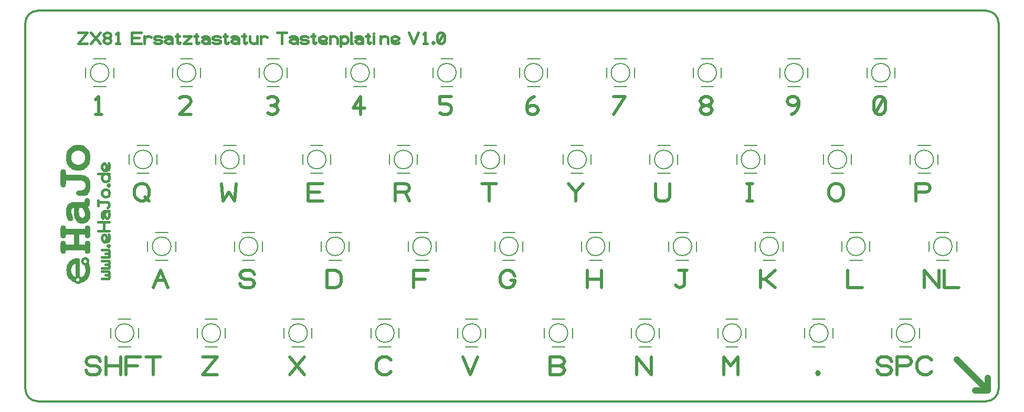
<source format=gbr>
G04 GENERATED BY PULSONIX 12.5 GERBER.DLL 9449*
G04 #@! TF.GenerationSoftware,Pulsonix,Pulsonix,12.5.9449*
G04 #@! TF.CreationDate,2024-10-04T20:04:24--1:00*
G04 #@! TF.Part,Single*
%FSLAX35Y35*%
%LPD*%
%MOMM*%
G04 #@! TF.FileFunction,Legend,Top*
G04 #@! TF.FilePolarity,Positive*
%ADD97C,0.00001*%
G04 #@! TA.AperFunction,Profile*
%ADD98C,0.30000*%
G04 #@! TD.AperFunction*
%ADD99C,0.45000*%
G04 #@! TA.AperFunction,Material*
%ADD101C,1.00000*%
%ADD102C,0.20000*%
G04 #@! TD.AperFunction*
%ADD103C,0.50000*%
G04 #@! TD.AperFunction*
X0Y0D02*
D02*
D97*
X1471680Y3331836D02*
X1787109D01*
Y3346484D01*
X1789063Y3359180D01*
X1791016Y3367969D01*
X1793945Y3373828D01*
X1799805Y3379688D01*
X1806641Y3383594D01*
X1814453Y3386523D01*
X1823242Y3387500D01*
X1833008Y3386523D01*
X1841797Y3384570D01*
X1848633Y3379688D01*
X1853516Y3374805D01*
X1855469Y3370898D01*
X1857422Y3366992D01*
X1859375Y3362109D01*
X1860352Y3356250D01*
X1861328Y3348438D01*
X1862305Y3340625D01*
Y3330859D01*
Y3321094D01*
Y3243945D01*
Y3228320D01*
X1860352Y3215625D01*
X1857422Y3205859D01*
X1853516Y3198047D01*
X1848633Y3193164D01*
X1841797Y3189258D01*
X1833984Y3186328D01*
X1824219D01*
X1813477Y3187305D01*
X1805664Y3190234D01*
X1797852Y3194141D01*
X1791992Y3200977D01*
X1789063Y3208789D01*
X1787109Y3218555D01*
X1786133Y3230273D01*
X1785156Y3243945D01*
Y3249805D01*
X1683594D01*
Y3075000D01*
X1785156D01*
Y3088672D01*
X1786133Y3099414D01*
X1787109Y3109180D01*
X1790039Y3117969D01*
X1793945Y3124805D01*
X1799805Y3131641D01*
X1806641Y3135547D01*
X1814453Y3138477D01*
X1823242Y3139453D01*
X1833008Y3138477D01*
X1841797Y3136523D01*
X1848633Y3132617D01*
X1853516Y3127734D01*
X1857422Y3120898D01*
X1860352Y3111133D01*
X1862305Y3099414D01*
Y3085742D01*
Y2987109D01*
Y2974414D01*
X1860352Y2962695D01*
X1856445Y2953906D01*
X1852539Y2948047D01*
X1846680Y2943164D01*
X1839844Y2940234D01*
X1832031Y2938281D01*
X1823242Y2937305D01*
X1813477Y2938281D01*
X1805664Y2941211D01*
X1798828Y2945117D01*
X1793945Y2950000D01*
X1791016Y2956836D01*
X1789063Y2965625D01*
X1787109Y2978320D01*
Y2992969D01*
X1471680D01*
X1470703Y2978320D01*
X1468750Y2965625D01*
X1465820Y2956836D01*
X1462891Y2950000D01*
X1458008Y2945117D01*
X1451172Y2941211D01*
X1442383Y2938281D01*
X1432617Y2937305D01*
X1423828Y2938281D01*
X1416016Y2940234D01*
X1410156Y2943164D01*
X1404297Y2948047D01*
X1399414Y2954883D01*
X1396484Y2963672D01*
X1394531Y2975391D01*
Y2989063D01*
Y3081836D01*
Y3097461D01*
X1396484Y3109180D01*
X1398438Y3118945D01*
X1402344Y3125781D01*
X1407227Y3131641D01*
X1414063Y3136523D01*
X1422852Y3138477D01*
X1432617Y3139453D01*
X1442383Y3138477D01*
X1451172Y3135547D01*
X1458008Y3130664D01*
X1463867Y3123828D01*
X1466797Y3116016D01*
X1469727Y3106250D01*
X1470703Y3093555D01*
X1471680Y3079883D01*
Y3075000D01*
X1609375D01*
Y3249805D01*
X1471680D01*
Y3236133D01*
X1470703Y3224414D01*
X1468750Y3214648D01*
X1466797Y3206836D01*
X1462891Y3200000D01*
X1457031Y3193164D01*
X1450195Y3189258D01*
X1442383Y3187305D01*
X1432617Y3186328D01*
X1422852Y3187305D01*
X1414063Y3189258D01*
X1407227Y3193164D01*
X1402344Y3200000D01*
X1398438Y3206836D01*
X1396484Y3216602D01*
X1394531Y3230273D01*
Y3247852D01*
Y3336719D01*
Y3350391D01*
X1396484Y3361133D01*
X1399414Y3369922D01*
X1404297Y3376758D01*
X1410156Y3381641D01*
X1416016Y3384570D01*
X1423828Y3386523D01*
X1432617Y3387500D01*
X1442383Y3386523D01*
X1450195Y3384570D01*
X1457031Y3379688D01*
X1462891Y3374805D01*
X1465820Y3367969D01*
X1468750Y3359180D01*
X1470703Y3346484D01*
X1471680Y3331836D01*
G36*
X1471680Y3331836D02*
X1787109D01*
Y3346484D01*
X1789063Y3359180D01*
X1791016Y3367969D01*
X1793945Y3373828D01*
X1799805Y3379688D01*
X1806641Y3383594D01*
X1814453Y3386523D01*
X1823242Y3387500D01*
X1833008Y3386523D01*
X1841797Y3384570D01*
X1848633Y3379688D01*
X1853516Y3374805D01*
X1855469Y3370898D01*
X1857422Y3366992D01*
X1859375Y3362109D01*
X1860352Y3356250D01*
X1861328Y3348438D01*
X1862305Y3340625D01*
Y3330859D01*
Y3321094D01*
Y3243945D01*
Y3228320D01*
X1860352Y3215625D01*
X1857422Y3205859D01*
X1853516Y3198047D01*
X1848633Y3193164D01*
X1841797Y3189258D01*
X1833984Y3186328D01*
X1824219D01*
X1813477Y3187305D01*
X1805664Y3190234D01*
X1797852Y3194141D01*
X1791992Y3200977D01*
X1789063Y3208789D01*
X1787109Y3218555D01*
X1786133Y3230273D01*
X1785156Y3243945D01*
Y3249805D01*
X1683594D01*
Y3075000D01*
X1785156D01*
Y3088672D01*
X1786133Y3099414D01*
X1787109Y3109180D01*
X1790039Y3117969D01*
X1793945Y3124805D01*
X1799805Y3131641D01*
X1806641Y3135547D01*
X1814453Y3138477D01*
X1823242Y3139453D01*
X1833008Y3138477D01*
X1841797Y3136523D01*
X1848633Y3132617D01*
X1853516Y3127734D01*
X1857422Y3120898D01*
X1860352Y3111133D01*
X1862305Y3099414D01*
Y3085742D01*
Y2987109D01*
Y2974414D01*
X1860352Y2962695D01*
X1856445Y2953906D01*
X1852539Y2948047D01*
X1846680Y2943164D01*
X1839844Y2940234D01*
X1832031Y2938281D01*
X1823242Y2937305D01*
X1813477Y2938281D01*
X1805664Y2941211D01*
X1798828Y2945117D01*
X1793945Y2950000D01*
X1791016Y2956836D01*
X1789063Y2965625D01*
X1787109Y2978320D01*
Y2992969D01*
X1471680D01*
X1470703Y2978320D01*
X1468750Y2965625D01*
X1465820Y2956836D01*
X1462891Y2950000D01*
X1458008Y2945117D01*
X1451172Y2941211D01*
X1442383Y2938281D01*
X1432617Y2937305D01*
X1423828Y2938281D01*
X1416016Y2940234D01*
X1410156Y2943164D01*
X1404297Y2948047D01*
X1399414Y2954883D01*
X1396484Y2963672D01*
X1394531Y2975391D01*
Y2989063D01*
Y3081836D01*
Y3097461D01*
X1396484Y3109180D01*
X1398438Y3118945D01*
X1402344Y3125781D01*
X1407227Y3131641D01*
X1414063Y3136523D01*
X1422852Y3138477D01*
X1432617Y3139453D01*
X1442383Y3138477D01*
X1451172Y3135547D01*
X1458008Y3130664D01*
X1463867Y3123828D01*
X1466797Y3116016D01*
X1469727Y3106250D01*
X1470703Y3093555D01*
X1471680Y3079883D01*
Y3075000D01*
X1609375D01*
Y3249805D01*
X1471680D01*
Y3236133D01*
X1470703Y3224414D01*
X1468750Y3214648D01*
X1466797Y3206836D01*
X1462891Y3200000D01*
X1457031Y3193164D01*
X1450195Y3189258D01*
X1442383Y3187305D01*
X1432617Y3186328D01*
X1422852Y3187305D01*
X1414063Y3189258D01*
X1407227Y3193164D01*
X1402344Y3200000D01*
X1398438Y3206836D01*
X1396484Y3216602D01*
X1394531Y3230273D01*
Y3247852D01*
Y3336719D01*
Y3350391D01*
X1396484Y3361133D01*
X1399414Y3369922D01*
X1404297Y3376758D01*
X1410156Y3381641D01*
X1416016Y3384570D01*
X1423828Y3386523D01*
X1432617Y3387500D01*
X1442383Y3386523D01*
X1450195Y3384570D01*
X1457031Y3379688D01*
X1462891Y3374805D01*
X1465820Y3367969D01*
X1468750Y3359180D01*
X1470703Y3346484D01*
X1471680Y3331836D01*
G37*
X1818359Y3826953D02*
X1827148Y3825977D01*
X1834961Y3824023D01*
X1840820Y3820117D01*
X1846680Y3815234D01*
X1851563Y3808398D01*
X1854492Y3801563D01*
X1856445Y3793750D01*
Y3783984D01*
Y3726367D01*
Y3719531D01*
X1854492Y3712695D01*
X1851563Y3706836D01*
X1848633Y3700977D01*
X1836914Y3693164D01*
X1821289Y3688281D01*
X1830078Y3676563D01*
X1837891Y3662891D01*
X1844727Y3650195D01*
X1850586Y3635547D01*
X1857422Y3616992D01*
X1862305Y3598438D01*
X1865234Y3578906D01*
X1866211Y3558398D01*
X1865234Y3543750D01*
X1864258Y3530078D01*
X1861328Y3517383D01*
X1857422Y3504688D01*
X1852539Y3492969D01*
X1846680Y3481250D01*
X1839844Y3471484D01*
X1832031Y3461719D01*
X1823242Y3452930D01*
X1813477Y3445117D01*
X1803711Y3438281D01*
X1792969Y3433398D01*
X1781250Y3429492D01*
X1769531Y3426563D01*
X1756836Y3424609D01*
X1744141Y3423633D01*
X1728516Y3424609D01*
X1712891Y3426563D01*
X1699219Y3430469D01*
X1686523Y3436328D01*
X1673828Y3443164D01*
X1663086Y3451953D01*
X1652344Y3462695D01*
X1643555Y3474414D01*
X1635742Y3487109D01*
X1627930Y3500781D01*
X1622070Y3515430D01*
X1617188Y3531055D01*
X1614258Y3547656D01*
X1611328Y3566211D01*
X1609375Y3585742D01*
Y3606250D01*
Y3628711D01*
X1611328Y3651172D01*
X1616211Y3682422D01*
X1603516Y3680469D01*
X1592773Y3676563D01*
X1583008Y3671680D01*
X1575195Y3664844D01*
X1568359Y3656055D01*
X1562500Y3643359D01*
X1559570Y3628711D01*
X1558594Y3611133D01*
X1559570Y3598438D01*
X1562500Y3583789D01*
X1566406Y3568164D01*
X1573242Y3551563D01*
X1580078Y3533984D01*
X1584961Y3520313D01*
X1587891Y3508594D01*
X1588867Y3499805D01*
X1587891Y3491992D01*
X1585938Y3485156D01*
X1582031Y3478320D01*
X1577148Y3473438D01*
X1570313Y3468555D01*
X1563477Y3465625D01*
X1554688Y3463672D01*
X1545898Y3462695D01*
X1539063Y3463672D01*
X1531250Y3465625D01*
X1525391Y3469531D01*
X1518555Y3475391D01*
X1512695Y3482227D01*
X1507813Y3491016D01*
X1502930Y3500781D01*
X1498047Y3512500D01*
X1491211Y3534961D01*
X1486328Y3561328D01*
X1483398Y3589648D01*
X1482422Y3621875D01*
X1483398Y3638477D01*
X1485352Y3654102D01*
X1487305Y3668750D01*
X1492188Y3682422D01*
X1497070Y3695117D01*
X1502930Y3706836D01*
X1510742Y3717578D01*
X1518555Y3727344D01*
X1528320Y3736133D01*
X1539063Y3743945D01*
X1550781Y3749805D01*
X1563477Y3754688D01*
X1577148Y3759570D01*
X1591797Y3761523D01*
X1607422Y3763477D01*
X1625000Y3764453D01*
X1780273D01*
Y3770313D01*
X1781250Y3783984D01*
X1782227Y3795703D01*
X1784180Y3804492D01*
X1787109Y3812305D01*
X1792969Y3818164D01*
X1799805Y3823047D01*
X1807617Y3825977D01*
X1818359Y3826953D01*
X1683594Y3653125D02*
X1681641Y3635547D01*
X1680664Y3616992D01*
X1682617Y3591602D01*
X1685547Y3570117D01*
X1690430Y3550586D01*
X1698242Y3533984D01*
X1707031Y3522266D01*
X1716797Y3514453D01*
X1727539Y3508594D01*
X1739258Y3507617D01*
X1749023Y3508594D01*
X1756836Y3511523D01*
X1763672Y3516406D01*
X1770508Y3523242D01*
X1777344Y3532031D01*
X1781250Y3542773D01*
X1784180Y3554492D01*
X1785156Y3567188D01*
X1784180Y3588672D01*
X1779297Y3609180D01*
X1772461Y3629688D01*
X1761719Y3648242D01*
X1756836Y3656055D01*
X1751953Y3662891D01*
X1746094Y3668750D01*
X1741211Y3673633D01*
X1736328Y3677539D01*
X1731445Y3680469D01*
X1726563Y3681445D01*
X1721680Y3682422D01*
X1689453D01*
X1683594Y3653125D01*
X1483235Y3595019D02*
G36*
X1483235Y3595019D02*
X1483398Y3589648D01*
X1486328Y3561328D01*
X1491211Y3534961D01*
X1498047Y3512500D01*
X1502930Y3500781D01*
X1507813Y3491016D01*
X1512695Y3482227D01*
X1518555Y3475391D01*
X1525391Y3469531D01*
X1531250Y3465625D01*
X1539063Y3463672D01*
X1545898Y3462695D01*
X1554688Y3463672D01*
X1563477Y3465625D01*
X1570313Y3468555D01*
X1577148Y3473438D01*
X1582031Y3478320D01*
X1585938Y3485156D01*
X1587891Y3491992D01*
X1588867Y3499805D01*
X1587891Y3508594D01*
X1584961Y3520313D01*
X1580078Y3533984D01*
X1573242Y3551563D01*
X1566406Y3568164D01*
X1562500Y3583789D01*
X1560254Y3595019D01*
X1483235D01*
G37*
X1482422Y3621875D02*
G36*
X1482422Y3621875D02*
X1483235Y3595019D01*
X1560254D01*
X1559570Y3598438D01*
X1558594Y3611133D01*
X1559570Y3628711D01*
X1562500Y3643359D01*
X1568359Y3656055D01*
X1575195Y3664844D01*
X1583008Y3671680D01*
X1592773Y3676563D01*
X1603516Y3680469D01*
X1616211Y3682422D01*
X1611328Y3651172D01*
X1609375Y3628711D01*
Y3606250D01*
Y3595019D01*
X1682354D01*
X1680664Y3616992D01*
X1681641Y3635547D01*
X1683594Y3653125D01*
X1689453Y3682422D01*
X1721680D01*
X1726563Y3681445D01*
X1731445Y3680469D01*
X1736328Y3677539D01*
X1741211Y3673633D01*
X1746094Y3668750D01*
X1751953Y3662891D01*
X1756836Y3656055D01*
X1761719Y3648242D01*
X1772461Y3629688D01*
X1779297Y3609180D01*
X1782669Y3595019D01*
X1862818D01*
X1862305Y3598438D01*
X1857422Y3616992D01*
X1850586Y3635547D01*
X1844727Y3650195D01*
X1837891Y3662891D01*
X1830078Y3676563D01*
X1821289Y3688281D01*
X1836914Y3693164D01*
X1848633Y3700977D01*
X1851563Y3706836D01*
X1854492Y3712695D01*
X1856445Y3719531D01*
Y3726367D01*
Y3783984D01*
Y3793750D01*
X1854492Y3801563D01*
X1851563Y3808398D01*
X1846680Y3815234D01*
X1840820Y3820117D01*
X1834961Y3824023D01*
X1827148Y3825977D01*
X1818359Y3826953D01*
X1807617Y3825977D01*
X1799805Y3823047D01*
X1792969Y3818164D01*
X1787109Y3812305D01*
X1784180Y3804492D01*
X1782227Y3795703D01*
X1781250Y3783984D01*
X1780273Y3770313D01*
Y3764453D01*
X1625000D01*
X1607422Y3763477D01*
X1591797Y3761523D01*
X1577148Y3759570D01*
X1563477Y3754688D01*
X1550781Y3749805D01*
X1539063Y3743945D01*
X1528320Y3736133D01*
X1518555Y3727344D01*
X1510742Y3717578D01*
X1502930Y3706836D01*
X1497070Y3695117D01*
X1492188Y3682422D01*
X1487305Y3668750D01*
X1485352Y3654102D01*
X1483398Y3638477D01*
X1482422Y3621875D01*
G37*
X1609375Y3595019D02*
G36*
X1609375Y3595019D02*
Y3585742D01*
X1611328Y3566211D01*
X1614258Y3547656D01*
X1617188Y3531055D01*
X1622070Y3515430D01*
X1627930Y3500781D01*
X1635742Y3487109D01*
X1643555Y3474414D01*
X1652344Y3462695D01*
X1663086Y3451953D01*
X1673828Y3443164D01*
X1686523Y3436328D01*
X1699219Y3430469D01*
X1712891Y3426563D01*
X1728516Y3424609D01*
X1744141Y3423633D01*
X1756836Y3424609D01*
X1769531Y3426563D01*
X1781250Y3429492D01*
X1792969Y3433398D01*
X1803711Y3438281D01*
X1813477Y3445117D01*
X1823242Y3452930D01*
X1832031Y3461719D01*
X1839844Y3471484D01*
X1846680Y3481250D01*
X1852539Y3492969D01*
X1857422Y3504688D01*
X1861328Y3517383D01*
X1864258Y3530078D01*
X1865234Y3543750D01*
X1866211Y3558398D01*
X1865234Y3578906D01*
X1862818Y3595019D01*
X1782669D01*
X1784180Y3588672D01*
X1785156Y3567188D01*
X1784180Y3554492D01*
X1781250Y3542773D01*
X1777344Y3532031D01*
X1770508Y3523242D01*
X1763672Y3516406D01*
X1756836Y3511523D01*
X1749023Y3508594D01*
X1739258Y3507617D01*
X1727539Y3508594D01*
X1716797Y3514453D01*
X1707031Y3522266D01*
X1698242Y3533984D01*
X1690430Y3550586D01*
X1685547Y3570117D01*
X1682617Y3591602D01*
X1682354Y3595019D01*
X1609375D01*
G37*
X1432617Y4292773D02*
X1442383Y4291797D01*
X1451172Y4288867D01*
X1458008Y4284961D01*
X1463867Y4279102D01*
X1466797Y4272266D01*
X1469727Y4263477D01*
X1470703Y4251758D01*
X1471680Y4237109D01*
Y4201953D01*
X1696289D01*
X1717773Y4200977D01*
X1737305Y4199023D01*
X1755859Y4196094D01*
X1773438Y4192188D01*
X1789063Y4186328D01*
X1802734Y4179492D01*
X1815430Y4171680D01*
X1826172Y4162891D01*
X1835938Y4152148D01*
X1843750Y4139453D01*
X1851563Y4126758D01*
X1857422Y4111133D01*
X1861328Y4095508D01*
X1865234Y4076953D01*
X1867188Y4058398D01*
Y4037891D01*
Y4019336D01*
X1865234Y4001758D01*
X1863281Y3985156D01*
X1859375Y3968555D01*
X1855469Y3952930D01*
X1848633Y3936328D01*
X1841797Y3919727D01*
X1833008Y3903125D01*
X1829102Y3895313D01*
X1824219Y3889453D01*
X1820313Y3884570D01*
X1815430Y3881641D01*
X1809570Y3879688D01*
X1802734Y3877734D01*
X1793945Y3876758D01*
X1784180D01*
X1697266D01*
X1682617D01*
X1671875Y3878711D01*
X1663086Y3880664D01*
X1657227Y3884570D01*
X1652344Y3889453D01*
X1648438Y3896289D01*
X1646484Y3903125D01*
X1645508Y3910938D01*
X1647461Y3923633D01*
X1651367Y3933398D01*
X1658203Y3942188D01*
X1667969Y3947070D01*
X1672852Y3949023D01*
X1678711Y3950977D01*
X1682617D01*
X1687500Y3951953D01*
X1692383D01*
X1699219D01*
X1703125D01*
X1723633Y3952930D01*
X1742188Y3955859D01*
X1753906Y3959766D01*
X1764648Y3966602D01*
X1773438Y3973438D01*
X1782227Y3982227D01*
X1788086Y3993945D01*
X1792969Y4005664D01*
X1794922Y4019336D01*
X1795898Y4033984D01*
X1794922Y4055469D01*
X1790039Y4073047D01*
X1782227Y4087695D01*
X1771484Y4099414D01*
X1764648Y4103320D01*
X1757813Y4108203D01*
X1748047Y4111133D01*
X1738281Y4114063D01*
X1726563Y4116016D01*
X1714844Y4117969D01*
X1701172Y4118945D01*
X1686523D01*
X1471680D01*
Y4065234D01*
X1470703Y4049609D01*
X1469727Y4037891D01*
X1466797Y4029102D01*
X1463867Y4022266D01*
X1458008Y4016406D01*
X1451172Y4011523D01*
X1442383Y4009570D01*
X1432617Y4008594D01*
X1423828D01*
X1416016Y4010547D01*
X1410156Y4014453D01*
X1404297Y4018359D01*
X1399414Y4024219D01*
X1396484Y4031055D01*
X1394531Y4038867D01*
Y4047656D01*
Y4254688D01*
Y4263477D01*
X1396484Y4271289D01*
X1400391Y4277148D01*
X1405273Y4283008D01*
X1411133Y4286914D01*
X1416992Y4289844D01*
X1424805Y4291797D01*
X1432617Y4292773D01*
G36*
X1432617Y4292773D02*
X1442383Y4291797D01*
X1451172Y4288867D01*
X1458008Y4284961D01*
X1463867Y4279102D01*
X1466797Y4272266D01*
X1469727Y4263477D01*
X1470703Y4251758D01*
X1471680Y4237109D01*
Y4201953D01*
X1696289D01*
X1717773Y4200977D01*
X1737305Y4199023D01*
X1755859Y4196094D01*
X1773438Y4192188D01*
X1789063Y4186328D01*
X1802734Y4179492D01*
X1815430Y4171680D01*
X1826172Y4162891D01*
X1835938Y4152148D01*
X1843750Y4139453D01*
X1851563Y4126758D01*
X1857422Y4111133D01*
X1861328Y4095508D01*
X1865234Y4076953D01*
X1867188Y4058398D01*
Y4037891D01*
Y4019336D01*
X1865234Y4001758D01*
X1863281Y3985156D01*
X1859375Y3968555D01*
X1855469Y3952930D01*
X1848633Y3936328D01*
X1841797Y3919727D01*
X1833008Y3903125D01*
X1829102Y3895313D01*
X1824219Y3889453D01*
X1820313Y3884570D01*
X1815430Y3881641D01*
X1809570Y3879688D01*
X1802734Y3877734D01*
X1793945Y3876758D01*
X1784180D01*
X1697266D01*
X1682617D01*
X1671875Y3878711D01*
X1663086Y3880664D01*
X1657227Y3884570D01*
X1652344Y3889453D01*
X1648438Y3896289D01*
X1646484Y3903125D01*
X1645508Y3910938D01*
X1647461Y3923633D01*
X1651367Y3933398D01*
X1658203Y3942188D01*
X1667969Y3947070D01*
X1672852Y3949023D01*
X1678711Y3950977D01*
X1682617D01*
X1687500Y3951953D01*
X1692383D01*
X1699219D01*
X1703125D01*
X1723633Y3952930D01*
X1742188Y3955859D01*
X1753906Y3959766D01*
X1764648Y3966602D01*
X1773438Y3973438D01*
X1782227Y3982227D01*
X1788086Y3993945D01*
X1792969Y4005664D01*
X1794922Y4019336D01*
X1795898Y4033984D01*
X1794922Y4055469D01*
X1790039Y4073047D01*
X1782227Y4087695D01*
X1771484Y4099414D01*
X1764648Y4103320D01*
X1757813Y4108203D01*
X1748047Y4111133D01*
X1738281Y4114063D01*
X1726563Y4116016D01*
X1714844Y4117969D01*
X1701172Y4118945D01*
X1686523D01*
X1471680D01*
Y4065234D01*
X1470703Y4049609D01*
X1469727Y4037891D01*
X1466797Y4029102D01*
X1463867Y4022266D01*
X1458008Y4016406D01*
X1451172Y4011523D01*
X1442383Y4009570D01*
X1432617Y4008594D01*
X1423828D01*
X1416016Y4010547D01*
X1410156Y4014453D01*
X1404297Y4018359D01*
X1399414Y4024219D01*
X1396484Y4031055D01*
X1394531Y4038867D01*
Y4047656D01*
Y4254688D01*
Y4263477D01*
X1396484Y4271289D01*
X1400391Y4277148D01*
X1405273Y4283008D01*
X1411133Y4286914D01*
X1416992Y4289844D01*
X1424805Y4291797D01*
X1432617Y4292773D01*
G37*
X1673828Y4688281D02*
X1694336Y4687305D01*
X1713867Y4685352D01*
X1733398Y4680469D01*
X1750977Y4674609D01*
X1767578Y4665820D01*
X1783203Y4656055D01*
X1798828Y4644336D01*
X1812500Y4630664D01*
X1825195Y4616016D01*
X1835938Y4600391D01*
X1844727Y4582813D01*
X1852539Y4565234D01*
X1858398Y4545703D01*
X1862305Y4526172D01*
X1865234Y4504688D01*
X1866211Y4482227D01*
X1865234Y4459766D01*
X1862305Y4439258D01*
X1858398Y4418750D01*
X1852539Y4400195D01*
X1844727Y4382617D01*
X1835938Y4365039D01*
X1825195Y4349414D01*
X1812500Y4334766D01*
X1798828Y4321094D01*
X1783203Y4309375D01*
X1767578Y4299609D01*
X1750977Y4290820D01*
X1733398Y4284961D01*
X1714844Y4280078D01*
X1695313Y4278125D01*
X1674805Y4277148D01*
X1654297Y4278125D01*
X1633789Y4280078D01*
X1615234Y4284961D01*
X1597656Y4290820D01*
X1581055Y4299609D01*
X1565430Y4309375D01*
X1549805Y4321094D01*
X1536133Y4334766D01*
X1523438Y4349414D01*
X1512695Y4365039D01*
X1503906Y4382617D01*
X1496094Y4400195D01*
X1490234Y4418750D01*
X1486328Y4439258D01*
X1483398Y4460742D01*
X1482422Y4482227D01*
X1483398Y4504688D01*
X1486328Y4526172D01*
X1490234Y4545703D01*
X1496094Y4565234D01*
X1503906Y4582813D01*
X1512695Y4600391D01*
X1523438Y4616016D01*
X1536133Y4630664D01*
X1549805Y4644336D01*
X1565430Y4656055D01*
X1581055Y4665820D01*
X1597656Y4674609D01*
X1615234Y4680469D01*
X1633789Y4685352D01*
X1653320Y4687305D01*
X1673828Y4688281D01*
Y4366016D02*
X1686523Y4366992D01*
X1698242Y4367969D01*
X1709961Y4370898D01*
X1720703Y4373828D01*
X1730469Y4378711D01*
X1740234Y4384570D01*
X1749023Y4391406D01*
X1757813Y4398242D01*
X1765625Y4407031D01*
X1772461Y4415820D01*
X1777344Y4425586D01*
X1782227Y4435352D01*
X1786133Y4447070D01*
X1788086Y4457813D01*
X1790039Y4470508D01*
Y4483203D01*
Y4494922D01*
X1788086Y4507617D01*
X1786133Y4519336D01*
X1782227Y4530078D01*
X1777344Y4539844D01*
X1772461Y4549609D01*
X1765625Y4558398D01*
X1757813Y4567188D01*
X1749023Y4575000D01*
X1740234Y4581836D01*
X1730469Y4587695D01*
X1720703Y4591602D01*
X1709961Y4595508D01*
X1699219Y4598438D01*
X1686523Y4599414D01*
X1674805Y4600391D01*
X1662109Y4599414D01*
X1650391Y4598438D01*
X1638672Y4595508D01*
X1627930Y4591602D01*
X1618164Y4587695D01*
X1608398Y4581836D01*
X1598633Y4575000D01*
X1590820Y4567188D01*
X1583008Y4558398D01*
X1576172Y4549609D01*
X1570313Y4539844D01*
X1565430Y4530078D01*
X1562500Y4519336D01*
X1559570Y4507617D01*
X1558594Y4494922D01*
X1557617Y4483203D01*
X1558594Y4470508D01*
X1559570Y4457813D01*
X1562500Y4447070D01*
X1565430Y4435352D01*
X1570313Y4425586D01*
X1576172Y4415820D01*
X1583008Y4407031D01*
X1590820Y4398242D01*
X1598633Y4391406D01*
X1608398Y4384570D01*
X1617188Y4378711D01*
X1627930Y4373828D01*
X1638672Y4370898D01*
X1649414Y4367969D01*
X1661133Y4366992D01*
X1673828Y4366016D01*
X1482464Y4483203D02*
G36*
X1482464Y4483203D02*
X1557617D01*
X1558594Y4494922D01*
X1559570Y4507617D01*
X1562500Y4519336D01*
X1565430Y4530078D01*
X1570313Y4539844D01*
X1576172Y4549609D01*
X1583008Y4558398D01*
X1590820Y4567188D01*
X1598633Y4575000D01*
X1608398Y4581836D01*
X1618164Y4587695D01*
X1627930Y4591602D01*
X1638672Y4595508D01*
X1650391Y4598438D01*
X1662109Y4599414D01*
X1674805Y4600391D01*
X1686523Y4599414D01*
X1699219Y4598438D01*
X1709961Y4595508D01*
X1720703Y4591602D01*
X1730469Y4587695D01*
X1740234Y4581836D01*
X1749023Y4575000D01*
X1757813Y4567188D01*
X1765625Y4558398D01*
X1772461Y4549609D01*
X1777344Y4539844D01*
X1782227Y4530078D01*
X1786133Y4519336D01*
X1788086Y4507617D01*
X1790039Y4494922D01*
Y4483203D01*
X1866169D01*
X1865234Y4504688D01*
X1862305Y4526172D01*
X1858398Y4545703D01*
X1852539Y4565234D01*
X1844727Y4582813D01*
X1835938Y4600391D01*
X1825195Y4616016D01*
X1812500Y4630664D01*
X1798828Y4644336D01*
X1783203Y4656055D01*
X1767578Y4665820D01*
X1750977Y4674609D01*
X1733398Y4680469D01*
X1713867Y4685352D01*
X1694336Y4687305D01*
X1673828Y4688281D01*
X1653320Y4687305D01*
X1633789Y4685352D01*
X1615234Y4680469D01*
X1597656Y4674609D01*
X1581055Y4665820D01*
X1565430Y4656055D01*
X1549805Y4644336D01*
X1536133Y4630664D01*
X1523438Y4616016D01*
X1512695Y4600391D01*
X1503906Y4582813D01*
X1496094Y4565234D01*
X1490234Y4545703D01*
X1486328Y4526172D01*
X1483398Y4504688D01*
X1482464Y4483203D01*
G37*
X1482422Y4482227D02*
G36*
X1482422Y4482227D02*
X1483398Y4460742D01*
X1486328Y4439258D01*
X1490234Y4418750D01*
X1496094Y4400195D01*
X1503906Y4382617D01*
X1512695Y4365039D01*
X1523438Y4349414D01*
X1536133Y4334766D01*
X1549805Y4321094D01*
X1565430Y4309375D01*
X1581055Y4299609D01*
X1597656Y4290820D01*
X1615234Y4284961D01*
X1633789Y4280078D01*
X1654297Y4278125D01*
X1674805Y4277148D01*
X1695313Y4278125D01*
X1714844Y4280078D01*
X1733398Y4284961D01*
X1750977Y4290820D01*
X1767578Y4299609D01*
X1783203Y4309375D01*
X1798828Y4321094D01*
X1812500Y4334766D01*
X1825195Y4349414D01*
X1835938Y4365039D01*
X1844727Y4382617D01*
X1852539Y4400195D01*
X1858398Y4418750D01*
X1862305Y4439258D01*
X1865234Y4459766D01*
X1866211Y4482227D01*
X1866169Y4483203D01*
X1790039D01*
Y4470508D01*
X1788086Y4457813D01*
X1786133Y4447070D01*
X1782227Y4435352D01*
X1777344Y4425586D01*
X1772461Y4415820D01*
X1765625Y4407031D01*
X1757813Y4398242D01*
X1749023Y4391406D01*
X1740234Y4384570D01*
X1730469Y4378711D01*
X1720703Y4373828D01*
X1709961Y4370898D01*
X1698242Y4367969D01*
X1686523Y4366992D01*
X1673828Y4366016D01*
X1661133Y4366992D01*
X1649414Y4367969D01*
X1638672Y4370898D01*
X1627930Y4373828D01*
X1617188Y4378711D01*
X1608398Y4384570D01*
X1598633Y4391406D01*
X1590820Y4398242D01*
X1583008Y4407031D01*
X1576172Y4415820D01*
X1570313Y4425586D01*
X1565430Y4435352D01*
X1562500Y4447070D01*
X1559570Y4457813D01*
X1558594Y4470508D01*
X1557617Y4483203D01*
X1482464D01*
X1482422Y4482227D01*
G37*
X1734375Y2778125D02*
X1728516Y2788867D01*
X1725586Y2799609D01*
X1724609Y2812305D01*
X1725586Y2824023D01*
X1728516Y2835742D01*
X1734375Y2846484D01*
X1742188Y2855273D01*
X1751953Y2863086D01*
X1762695Y2868945D01*
X1774414Y2871875D01*
X1786133Y2873828D01*
X1797852Y2871875D01*
X1810547Y2868945D01*
X1820313Y2863086D01*
X1830078Y2856250D01*
X1837891Y2846484D01*
X1843750Y2835742D01*
X1846680Y2824023D01*
X1847656Y2812305D01*
X1846680Y2799609D01*
X1839844Y2783008D01*
X1847656Y2761523D01*
X1853516Y2741016D01*
X1858398Y2721484D01*
X1861328Y2700977D01*
X1862305Y2680469D01*
Y2660938D01*
X1861328Y2639453D01*
X1859375Y2618945D01*
X1855469Y2600391D01*
X1849609Y2581836D01*
X1842773Y2565234D01*
X1833984Y2549609D01*
X1824219Y2533984D01*
X1812500Y2520313D01*
X1791992Y2502734D01*
X1768555Y2488086D01*
X1742188Y2477344D01*
X1712891Y2469531D01*
X1701172Y2459766D01*
X1687500Y2452930D01*
X1671875Y2450977D01*
X1655273Y2451953D01*
X1644531Y2455859D01*
X1633789Y2460742D01*
X1625000Y2467578D01*
X1617188Y2476367D01*
X1595703Y2484180D01*
X1575195Y2494922D01*
X1556641Y2508594D01*
X1539063Y2524219D01*
X1527344Y2538867D01*
X1516602Y2554492D01*
X1507813Y2571094D01*
X1500977Y2588672D01*
X1495117Y2607227D01*
X1491211Y2627734D01*
X1488281Y2648242D01*
X1487305Y2669727D01*
X1488281Y2690234D01*
X1490234Y2708789D01*
X1494141Y2726367D01*
X1500000Y2743945D01*
X1506836Y2760547D01*
X1514648Y2775195D01*
X1524414Y2789844D01*
X1536133Y2803516D01*
X1548828Y2816211D01*
X1562500Y2826953D01*
X1577148Y2836719D01*
X1591797Y2844531D01*
X1607422Y2850391D01*
X1623047Y2854297D01*
X1640625Y2857227D01*
X1657227D01*
X1668945D01*
X1678711Y2855273D01*
X1685547Y2851367D01*
X1691406Y2846484D01*
X1695313Y2839648D01*
X1697266Y2827930D01*
X1699219Y2813281D01*
Y2793750D01*
Y2565234D01*
X1708008Y2559375D01*
X1715820Y2551563D01*
X1731445Y2555469D01*
X1745117Y2562305D01*
X1757813Y2570117D01*
X1768555Y2580859D01*
X1780273Y2597461D01*
X1789063Y2616992D01*
X1793945Y2640430D01*
X1794922Y2666797D01*
X1793945Y2685352D01*
X1790039Y2706836D01*
X1784180Y2728320D01*
X1775391Y2750781D01*
X1774414D01*
X1762695Y2754688D01*
X1750977Y2760547D01*
X1742188Y2768359D01*
X1734375Y2778125D01*
X1577148Y2591602D02*
X1586914Y2580859D01*
X1598633Y2571094D01*
X1610352Y2563281D01*
X1625000Y2556445D01*
X1634766Y2565234D01*
X1635742Y2773242D01*
X1619141Y2769336D01*
X1603516Y2762500D01*
X1589844Y2752734D01*
X1578125Y2741016D01*
X1567383Y2725391D01*
X1560547Y2708789D01*
X1555664Y2690234D01*
X1553711Y2669727D01*
X1555664Y2647266D01*
X1559570Y2626758D01*
X1567383Y2608203D01*
X1577148Y2591602D01*
X1693359Y2529102D02*
X1689453Y2533984D01*
X1684570Y2537891D01*
X1679688Y2540820D01*
X1673828Y2542773D01*
X1667969D01*
X1662109D01*
X1656250Y2540820D01*
X1651367Y2537891D01*
X1646484Y2533984D01*
X1642578Y2529102D01*
X1639648Y2524219D01*
X1638672Y2518359D01*
X1637695Y2512500D01*
X1638672Y2506641D01*
X1639648Y2500781D01*
X1642578Y2494922D01*
X1646484Y2491016D01*
X1650391Y2487109D01*
X1661133Y2482227D01*
X1667969D01*
X1673828D01*
X1678711Y2484180D01*
X1684570Y2487109D01*
X1689453Y2490039D01*
X1692383Y2494922D01*
X1695313Y2499805D01*
X1697266Y2505664D01*
X1698242Y2511523D01*
X1697266Y2517383D01*
X1695313Y2523242D01*
X1693359Y2529102D01*
X1811523Y2828906D02*
X1807617Y2833789D01*
X1802734Y2836719D01*
X1797852Y2839648D01*
X1791016Y2841602D01*
X1785156Y2842578D01*
X1779297Y2841602D01*
X1774414Y2839648D01*
X1768555Y2837695D01*
X1760742Y2828906D01*
X1755859Y2818164D01*
X1754883Y2811328D01*
X1755859Y2805469D01*
X1757813Y2799609D01*
X1760742Y2794727D01*
X1764648Y2789844D01*
X1769531Y2785938D01*
X1780273Y2782031D01*
X1786133Y2781055D01*
X1791992Y2782031D01*
X1797852Y2783008D01*
X1802734Y2786914D01*
X1807617Y2790820D01*
X1811523Y2795703D01*
X1814453Y2800586D01*
X1815430Y2806445D01*
X1816406Y2812305D01*
X1815430Y2818164D01*
X1814453Y2823047D01*
X1811523Y2828906D01*
X1487305Y2669727D02*
G36*
X1487305Y2669727D02*
X1487527Y2664843D01*
X1554136D01*
X1553711Y2669727D01*
X1555664Y2690234D01*
X1560547Y2708789D01*
X1567383Y2725391D01*
X1578125Y2741016D01*
X1589844Y2752734D01*
X1603516Y2762500D01*
X1619141Y2769336D01*
X1635742Y2773242D01*
X1635233Y2664843D01*
X1699219D01*
Y2793750D01*
Y2811816D01*
X1544433D01*
X1536133Y2803516D01*
X1524414Y2789844D01*
X1514648Y2775195D01*
X1506836Y2760547D01*
X1500000Y2743945D01*
X1494141Y2726367D01*
X1490234Y2708789D01*
X1488281Y2690234D01*
X1487305Y2669727D01*
G37*
X1544433Y2811816D02*
G36*
X1544433Y2811816D02*
X1699219D01*
Y2813281D01*
X1697266Y2827930D01*
X1695313Y2839648D01*
X1691406Y2846484D01*
X1685547Y2851367D01*
X1678711Y2855273D01*
X1668945Y2857227D01*
X1657227D01*
X1640625D01*
X1623047Y2854297D01*
X1607422Y2850391D01*
X1591797Y2844531D01*
X1577148Y2836719D01*
X1562500Y2826953D01*
X1548828Y2816211D01*
X1544433Y2811816D01*
G37*
X1552247Y2512500D02*
G36*
X1552247Y2512500D02*
X1556641Y2508594D01*
X1575195Y2494922D01*
X1595703Y2484180D01*
X1617188Y2476367D01*
X1625000Y2467578D01*
X1633789Y2460742D01*
X1644531Y2455859D01*
X1655273Y2451953D01*
X1671875Y2450977D01*
X1687500Y2452930D01*
X1701172Y2459766D01*
X1712891Y2469531D01*
X1742188Y2477344D01*
X1768555Y2488086D01*
X1791992Y2502734D01*
X1803385Y2512500D01*
X1698079D01*
X1698242Y2511523D01*
X1697266Y2505664D01*
X1695313Y2499805D01*
X1692383Y2494922D01*
X1689453Y2490039D01*
X1684570Y2487109D01*
X1678711Y2484180D01*
X1673828Y2482227D01*
X1667969D01*
X1661133D01*
X1650391Y2487109D01*
X1646484Y2491016D01*
X1642578Y2494922D01*
X1639648Y2500781D01*
X1638672Y2506641D01*
X1637695Y2512500D01*
X1552247D01*
G37*
X1724609Y2812305D02*
G36*
X1724609Y2812305D02*
X1724647Y2811816D01*
X1754953D01*
X1755859Y2818164D01*
X1760742Y2828906D01*
X1768555Y2837695D01*
X1774414Y2839648D01*
X1779297Y2841602D01*
X1785156Y2842578D01*
X1791016Y2841602D01*
X1797852Y2839648D01*
X1802734Y2836719D01*
X1807617Y2833789D01*
X1811523Y2828906D01*
X1814453Y2823047D01*
X1815430Y2818164D01*
X1816406Y2812305D01*
X1816325Y2811816D01*
X1847618D01*
X1847656Y2812305D01*
X1846680Y2824023D01*
X1843750Y2835742D01*
X1837891Y2846484D01*
X1830078Y2856250D01*
X1820313Y2863086D01*
X1810547Y2868945D01*
X1797852Y2871875D01*
X1786133Y2873828D01*
X1774414Y2871875D01*
X1762695Y2868945D01*
X1751953Y2863086D01*
X1742188Y2855273D01*
X1734375Y2846484D01*
X1728516Y2835742D01*
X1725586Y2824023D01*
X1724609Y2812305D01*
G37*
X1487527Y2664843D02*
G36*
X1487527Y2664843D02*
X1488281Y2648242D01*
X1491211Y2627734D01*
X1495117Y2607227D01*
X1500977Y2588672D01*
X1507813Y2571094D01*
X1516602Y2554492D01*
X1527344Y2538867D01*
X1539063Y2524219D01*
X1552247Y2512500D01*
X1637695D01*
X1638672Y2518359D01*
X1639648Y2524219D01*
X1642578Y2529102D01*
X1646484Y2533984D01*
X1651367Y2537891D01*
X1656250Y2540820D01*
X1662109Y2542773D01*
X1667969D01*
X1673828D01*
X1679688Y2540820D01*
X1684570Y2537891D01*
X1689453Y2533984D01*
X1693359Y2529102D01*
X1695313Y2523242D01*
X1697266Y2517383D01*
X1698079Y2512500D01*
X1803385D01*
X1812500Y2520313D01*
X1824219Y2533984D01*
X1833984Y2549609D01*
X1842773Y2565234D01*
X1849609Y2581836D01*
X1855469Y2600391D01*
X1859375Y2618945D01*
X1861328Y2639453D01*
X1862305Y2660938D01*
Y2664843D01*
X1794850D01*
X1793945Y2640430D01*
X1789063Y2616992D01*
X1780273Y2597461D01*
X1768555Y2580859D01*
X1757813Y2570117D01*
X1745117Y2562305D01*
X1731445Y2555469D01*
X1715820Y2551563D01*
X1708008Y2559375D01*
X1699219Y2565234D01*
Y2664843D01*
X1635233D01*
X1634766Y2565234D01*
X1625000Y2556445D01*
X1610352Y2563281D01*
X1598633Y2571094D01*
X1586914Y2580859D01*
X1577148Y2591602D01*
X1567383Y2608203D01*
X1559570Y2626758D01*
X1555664Y2647266D01*
X1554136Y2664843D01*
X1487527D01*
G37*
X1724647Y2811816D02*
G36*
X1724647Y2811816D02*
X1725586Y2799609D01*
X1728516Y2788867D01*
X1734375Y2778125D01*
X1742188Y2768359D01*
X1750977Y2760547D01*
X1762695Y2754688D01*
X1774414Y2750781D01*
X1775391D01*
X1784180Y2728320D01*
X1790039Y2706836D01*
X1793945Y2685352D01*
X1794922Y2666797D01*
X1794850Y2664843D01*
X1862305D01*
Y2680469D01*
X1861328Y2700977D01*
X1858398Y2721484D01*
X1853516Y2741016D01*
X1847656Y2761523D01*
X1839844Y2783008D01*
X1846680Y2799609D01*
X1847618Y2811816D01*
X1816325D01*
X1815430Y2806445D01*
X1814453Y2800586D01*
X1811523Y2795703D01*
X1807617Y2790820D01*
X1802734Y2786914D01*
X1797852Y2783008D01*
X1791992Y2782031D01*
X1786133Y2781055D01*
X1780273Y2782031D01*
X1769531Y2785938D01*
X1764648Y2789844D01*
X1760742Y2794727D01*
X1757813Y2799609D01*
X1755859Y2805469D01*
X1754883Y2811328D01*
X1754953Y2811816D01*
X1724647D01*
G37*
D02*
D98*
X16525000Y750000D02*
Y6650000D01*
G75*
G03*
X16325000Y6850000I-200000J0D01*
G01*
X1025000D01*
G75*
G03*
X825000Y6650000I0J-200000D01*
G01*
Y750000D01*
G75*
G03*
X1025000Y550000I200000J0D01*
G01*
X16325000D01*
G75*
G03*
X16525000Y750000I0J200000D01*
G01*
D02*
D99*
X1675000Y6499118D02*
X1824412Y6499118D01*
X1675000Y6319824D01*
X1824412D01*
X1880740D02*
X2030152Y6499118D01*
X1880740D02*
X2030152Y6319824D01*
X2131304Y6409471D02*
X2161186Y6409471D01*
X2191068Y6424412D01*
X2206009Y6454294D01*
X2191068Y6484176D01*
X2161186Y6499118D01*
X2131304D01*
X2101421Y6484176D01*
X2086480Y6454294D01*
X2101421Y6424412D01*
X2131304Y6409471D01*
X2101421Y6394529D01*
X2086480Y6364647D01*
X2101421Y6334765D01*
X2131304Y6319824D01*
X2161186D01*
X2191068Y6334765D01*
X2206009Y6364647D01*
X2191068Y6394529D01*
X2161186Y6409471D01*
X2289082Y6319824D02*
X2348847Y6319824D01*
X2318965D02*
X2318965Y6499118D01*
X2289082Y6469235D01*
X2541140Y6319824D02*
X2541140Y6499118D01*
X2690552D01*
X2660669Y6409471D02*
X2541140Y6409471D01*
Y6319824D02*
X2690552Y6319824D01*
X2746880D02*
X2746880Y6439353D01*
Y6394529D02*
X2761821Y6424412D01*
X2791704Y6439353D01*
X2821586D01*
X2851468Y6424412D01*
X2904360Y6334765D02*
X2934242Y6319824D01*
X2994007D01*
X3023889Y6334765D01*
Y6364647D01*
X2994007Y6379588D01*
X2934242D01*
X2904360Y6394529D01*
Y6424412D01*
X2934242Y6439353D01*
X2994007D01*
X3023889Y6424412D01*
X3077080D02*
X3106962Y6439353D01*
X3151786D01*
X3181668Y6424412D01*
X3196609Y6394529D01*
Y6349706D01*
X3181668Y6334765D01*
X3151786Y6319824D01*
X3121904D01*
X3092021Y6334765D01*
X3077080Y6349706D01*
Y6364647D01*
X3092021Y6379588D01*
X3121904Y6394529D01*
X3151786D01*
X3181668Y6379588D01*
X3196609Y6364647D01*
Y6349706D02*
X3196609Y6319824D01*
X3249800Y6439353D02*
X3309565Y6439353D01*
X3279682Y6469235D02*
X3279682Y6334765D01*
X3294624Y6319824D01*
X3309565D01*
X3324506Y6334765D01*
X3376800Y6439353D02*
X3496329Y6439353D01*
X3376800Y6319824D01*
X3496329D01*
X3549520Y6439353D02*
X3609285Y6439353D01*
X3579402Y6469235D02*
X3579402Y6334765D01*
X3594344Y6319824D01*
X3609285D01*
X3624226Y6334765D01*
X3676520Y6424412D02*
X3706402Y6439353D01*
X3751226D01*
X3781108Y6424412D01*
X3796049Y6394529D01*
Y6349706D01*
X3781108Y6334765D01*
X3751226Y6319824D01*
X3721344D01*
X3691461Y6334765D01*
X3676520Y6349706D01*
Y6364647D01*
X3691461Y6379588D01*
X3721344Y6394529D01*
X3751226D01*
X3781108Y6379588D01*
X3796049Y6364647D01*
Y6349706D02*
X3796049Y6319824D01*
X3849240Y6334765D02*
X3879122Y6319824D01*
X3938887D01*
X3968769Y6334765D01*
Y6364647D01*
X3938887Y6379588D01*
X3879122D01*
X3849240Y6394529D01*
Y6424412D01*
X3879122Y6439353D01*
X3938887D01*
X3968769Y6424412D01*
X4021960Y6439353D02*
X4081725Y6439353D01*
X4051842Y6469235D02*
X4051842Y6334765D01*
X4066784Y6319824D01*
X4081725D01*
X4096666Y6334765D01*
X4148960Y6424412D02*
X4178842Y6439353D01*
X4223666D01*
X4253548Y6424412D01*
X4268489Y6394529D01*
Y6349706D01*
X4253548Y6334765D01*
X4223666Y6319824D01*
X4193784D01*
X4163901Y6334765D01*
X4148960Y6349706D01*
Y6364647D01*
X4163901Y6379588D01*
X4193784Y6394529D01*
X4223666D01*
X4253548Y6379588D01*
X4268489Y6364647D01*
Y6349706D02*
X4268489Y6319824D01*
X4321680Y6439353D02*
X4381445Y6439353D01*
X4351562Y6469235D02*
X4351562Y6334765D01*
X4366504Y6319824D01*
X4381445D01*
X4396386Y6334765D01*
X4448680Y6439353D02*
X4448680Y6364647D01*
X4463621Y6334765D01*
X4493504Y6319824D01*
X4523386D01*
X4553268Y6334765D01*
X4568209Y6364647D01*
Y6439353D02*
X4568209Y6319824D01*
X4621400D02*
X4621400Y6439353D01*
Y6394529D02*
X4636341Y6424412D01*
X4666224Y6439353D01*
X4696106D01*
X4725988Y6424412D01*
X4962806Y6319824D02*
X4962806Y6499118D01*
X4888100D02*
X5037512Y6499118D01*
X5093840Y6424412D02*
X5123722Y6439353D01*
X5168546D01*
X5198428Y6424412D01*
X5213369Y6394529D01*
Y6349706D01*
X5198428Y6334765D01*
X5168546Y6319824D01*
X5138664D01*
X5108781Y6334765D01*
X5093840Y6349706D01*
Y6364647D01*
X5108781Y6379588D01*
X5138664Y6394529D01*
X5168546D01*
X5198428Y6379588D01*
X5213369Y6364647D01*
Y6349706D02*
X5213369Y6319824D01*
X5266560Y6334765D02*
X5296442Y6319824D01*
X5356207D01*
X5386089Y6334765D01*
Y6364647D01*
X5356207Y6379588D01*
X5296442D01*
X5266560Y6394529D01*
Y6424412D01*
X5296442Y6439353D01*
X5356207D01*
X5386089Y6424412D01*
X5439280Y6439353D02*
X5499045Y6439353D01*
X5469162Y6469235D02*
X5469162Y6334765D01*
X5484104Y6319824D01*
X5499045D01*
X5513986Y6334765D01*
X5685809D02*
X5670868Y6319824D01*
X5640986D01*
X5611104D01*
X5581221Y6334765D01*
X5566280Y6364647D01*
Y6409471D01*
X5581221Y6424412D01*
X5611104Y6439353D01*
X5640986D01*
X5670868Y6424412D01*
X5685809Y6409471D01*
Y6394529D01*
X5670868Y6379588D01*
X5640986Y6364647D01*
X5611104D01*
X5581221Y6379588D01*
X5566280Y6394529D01*
X5739000Y6319824D02*
X5739000Y6439353D01*
Y6394529D02*
X5753941Y6424412D01*
X5783824Y6439353D01*
X5813706D01*
X5843588Y6424412D01*
X5858529Y6394529D01*
Y6319824D01*
X5911720Y6439353D02*
X5911720Y6275000D01*
Y6364647D02*
X5926661Y6334765D01*
X5956544Y6319824D01*
X5986426D01*
X6016308Y6334765D01*
X6031249Y6364647D01*
Y6394529D01*
X6016308Y6424412D01*
X5986426Y6439353D01*
X5956544D01*
X5926661Y6424412D01*
X5911720Y6394529D01*
Y6364647D01*
X6099381Y6319824D02*
X6084440Y6319824D01*
Y6499118D01*
X6147940Y6424412D02*
X6177822Y6439353D01*
X6222646D01*
X6252528Y6424412D01*
X6267469Y6394529D01*
Y6349706D01*
X6252528Y6334765D01*
X6222646Y6319824D01*
X6192764D01*
X6162881Y6334765D01*
X6147940Y6349706D01*
Y6364647D01*
X6162881Y6379588D01*
X6192764Y6394529D01*
X6222646D01*
X6252528Y6379588D01*
X6267469Y6364647D01*
Y6349706D02*
X6267469Y6319824D01*
X6320660Y6439353D02*
X6380425Y6439353D01*
X6350542Y6469235D02*
X6350542Y6334765D01*
X6365484Y6319824D01*
X6380425D01*
X6395366Y6334765D01*
X6447660Y6319824D02*
X6447660Y6439353D01*
Y6484176D02*
X6447661Y6484177D01*
X6556880Y6319824D02*
X6556880Y6439353D01*
Y6394529D02*
X6571821Y6424412D01*
X6601704Y6439353D01*
X6631586D01*
X6661468Y6424412D01*
X6676409Y6394529D01*
Y6319824D01*
X6849129Y6334765D02*
X6834188Y6319824D01*
X6804306D01*
X6774424D01*
X6744541Y6334765D01*
X6729600Y6364647D01*
Y6409471D01*
X6744541Y6424412D01*
X6774424Y6439353D01*
X6804306D01*
X6834188Y6424412D01*
X6849129Y6409471D01*
Y6394529D01*
X6834188Y6379588D01*
X6804306Y6364647D01*
X6774424D01*
X6744541Y6379588D01*
X6729600Y6394529D01*
X7011540Y6499118D02*
X7086246Y6319824D01*
X7160952Y6499118D01*
X7247162Y6319824D02*
X7306927Y6319824D01*
X7277045D02*
X7277045Y6499118D01*
X7247162Y6469235D01*
X7404941Y6319824D02*
X7419882Y6334765D01*
X7404941Y6349706D01*
X7390000Y6334765D01*
X7404941Y6319824D01*
X7483681Y6334765D02*
X7513564Y6319824D01*
X7543446D01*
X7573328Y6334765D01*
X7588269Y6364647D01*
Y6454294D01*
X7573328Y6484176D01*
X7543446Y6499118D01*
X7513564D01*
X7483681Y6484176D01*
X7468740Y6454294D01*
Y6364647D01*
X7483681Y6334765D01*
X7573328Y6484176D01*
X2060647Y2525000D02*
X2165235Y2525000D01*
X2180176Y2539941D01*
Y2569824D01*
X2165235Y2584765D01*
X2120412D01*
X2165235D02*
X2180176Y2599706D01*
Y2629588D01*
X2165235Y2644529D01*
X2060647D01*
Y2697720D02*
X2165235Y2697720D01*
X2180176Y2712661D01*
Y2742544D01*
X2165235Y2757485D01*
X2120412D01*
X2165235D02*
X2180176Y2772426D01*
Y2802308D01*
X2165235Y2817249D01*
X2060647D01*
Y2870440D02*
X2165235Y2870440D01*
X2180176Y2885381D01*
Y2915264D01*
X2165235Y2930205D01*
X2120412D01*
X2165235D02*
X2180176Y2945146D01*
Y2975028D01*
X2165235Y2989969D01*
X2060647D01*
X2180176Y3058101D02*
X2165235Y3073042D01*
X2150294Y3058101D01*
X2165235Y3043160D01*
X2180176Y3058101D01*
X2165235Y3241429D02*
X2180176Y3226488D01*
Y3196606D01*
Y3166724D01*
X2165235Y3136841D01*
X2135353Y3121900D01*
X2090529D01*
X2075588Y3136841D01*
X2060647Y3166724D01*
Y3196606D01*
X2075588Y3226488D01*
X2090529Y3241429D01*
X2105471D01*
X2120412Y3226488D01*
X2135353Y3196606D01*
Y3166724D01*
X2120412Y3136841D01*
X2105471Y3121900D01*
X2180176Y3294620D02*
X2000882Y3294620D01*
X2090529D02*
X2090529Y3444032D01*
X2180176D02*
X2000882Y3444032D01*
X2075588Y3500360D02*
X2060647Y3530242D01*
Y3575066D01*
X2075588Y3604948D01*
X2105471Y3619889D01*
X2150294D01*
X2165235Y3604948D01*
X2180176Y3575066D01*
Y3545184D01*
X2165235Y3515301D01*
X2150294Y3500360D01*
X2135353D01*
X2120412Y3515301D01*
X2105471Y3545184D01*
Y3575066D01*
X2120412Y3604948D01*
X2135353Y3619889D01*
X2150294D02*
X2180176Y3619889D01*
X2150294Y3673080D02*
X2165235Y3688021D01*
X2180176Y3717904D01*
X2165235Y3747786D01*
X2150294Y3762727D01*
X2000882D01*
Y3792609D01*
Y3762727D02*
X2000882Y3702962D01*
X2135353Y3845800D02*
X2165235Y3860741D01*
X2180176Y3890624D01*
Y3920506D01*
X2165235Y3950388D01*
X2135353Y3965329D01*
X2105471D01*
X2075588Y3950388D01*
X2060647Y3920506D01*
Y3890624D01*
X2075588Y3860741D01*
X2105471Y3845800D01*
X2135353D01*
X2180176Y4033461D02*
X2165235Y4048402D01*
X2150294Y4033461D01*
X2165235Y4018520D01*
X2180176Y4033461D01*
X2105471Y4216789D02*
X2075588Y4201848D01*
X2060647Y4171966D01*
Y4142084D01*
X2075588Y4112201D01*
X2105471Y4097260D01*
X2135353D01*
X2165235Y4112201D01*
X2180176Y4142084D01*
Y4171966D01*
X2165235Y4201848D01*
X2135353Y4216789D01*
X2180176D02*
X2000882Y4216789D01*
X2165235Y4389509D02*
X2180176Y4374568D01*
Y4344686D01*
Y4314804D01*
X2165235Y4284921D01*
X2135353Y4269980D01*
X2090529D01*
X2075588Y4284921D01*
X2060647Y4314804D01*
Y4344686D01*
X2075588Y4374568D01*
X2090529Y4389509D01*
X2105471D01*
X2120412Y4374568D01*
X2135353Y4344686D01*
Y4314804D01*
X2120412Y4284921D01*
X2105471Y4269980D01*
D02*
D101*
X16350000Y725000D02*
X16150000D01*
X16350000D02*
Y925000D01*
Y725000D02*
X15850000Y1225000D01*
D02*
D102*
X1800000Y5770000D02*
Y5930000D01*
X2025000Y5700000D02*
G75*
G03*
Y6000000I0J150000D01*
G01*
G75*
G03*
Y5700000I0J-150000D01*
G01*
X2125000Y5625000D02*
X1925000D01*
X2125000Y6075000D02*
X1925000D01*
X2200000Y1570000D02*
Y1730000D01*
X2250000Y5770000D02*
Y5930000D01*
X2425000Y1500000D02*
G75*
G03*
Y1800000I0J150000D01*
G01*
G75*
G03*
Y1500000I0J-150000D01*
G01*
X2500000Y4370000D02*
Y4530000D01*
X2525000Y1425000D02*
X2325000D01*
X2525000Y1875000D02*
X2325000D01*
X2650000Y1570000D02*
Y1730000D01*
X2725000Y4300000D02*
G75*
G03*
Y4600000I0J150000D01*
G01*
G75*
G03*
Y4300000I0J-150000D01*
G01*
X2800000Y2970000D02*
Y3130000D01*
X2825000Y4225000D02*
X2625000D01*
X2825000Y4675000D02*
X2625000D01*
X2950000Y4370000D02*
Y4530000D01*
X3025000Y2900000D02*
G75*
G03*
Y3200000I0J150000D01*
G01*
G75*
G03*
Y2900000I0J-150000D01*
G01*
X3125000Y2825000D02*
X2925000D01*
X3125000Y3275000D02*
X2925000D01*
X3200000Y5770000D02*
Y5930000D01*
X3250000Y2970000D02*
Y3130000D01*
X3425000Y5700000D02*
G75*
G03*
Y6000000I0J150000D01*
G01*
G75*
G03*
Y5700000I0J-150000D01*
G01*
X3525000Y5625000D02*
X3325000D01*
X3525000Y6075000D02*
X3325000D01*
X3600000Y1570000D02*
Y1730000D01*
X3650000Y5770000D02*
Y5930000D01*
X3825000Y1500000D02*
G75*
G03*
Y1800000I0J150000D01*
G01*
G75*
G03*
Y1500000I0J-150000D01*
G01*
X3900000Y4370000D02*
Y4530000D01*
X3925000Y1425000D02*
X3725000D01*
X3925000Y1875000D02*
X3725000D01*
X4050000Y1570000D02*
Y1730000D01*
X4125000Y4300000D02*
G75*
G03*
Y4600000I0J150000D01*
G01*
G75*
G03*
Y4300000I0J-150000D01*
G01*
X4200000Y2970000D02*
Y3130000D01*
X4225000Y4225000D02*
X4025000D01*
X4225000Y4675000D02*
X4025000D01*
X4350000Y4370000D02*
Y4530000D01*
X4425000Y2900000D02*
G75*
G03*
Y3200000I0J150000D01*
G01*
G75*
G03*
Y2900000I0J-150000D01*
G01*
X4525000Y2825000D02*
X4325000D01*
X4525000Y3275000D02*
X4325000D01*
X4600000Y5770000D02*
Y5930000D01*
X4650000Y2970000D02*
Y3130000D01*
X4825000Y5700000D02*
G75*
G03*
Y6000000I0J150000D01*
G01*
G75*
G03*
Y5700000I0J-150000D01*
G01*
X4925000Y5625000D02*
X4725000D01*
X4925000Y6075000D02*
X4725000D01*
X5000000Y1570000D02*
Y1730000D01*
X5050000Y5770000D02*
Y5930000D01*
X5225000Y1500000D02*
G75*
G03*
Y1800000I0J150000D01*
G01*
G75*
G03*
Y1500000I0J-150000D01*
G01*
X5300000Y4370000D02*
Y4530000D01*
X5325000Y1425000D02*
X5125000D01*
X5325000Y1875000D02*
X5125000D01*
X5450000Y1570000D02*
Y1730000D01*
X5525000Y4300000D02*
G75*
G03*
Y4600000I0J150000D01*
G01*
G75*
G03*
Y4300000I0J-150000D01*
G01*
X5600000Y2970000D02*
Y3130000D01*
X5625000Y4225000D02*
X5425000D01*
X5625000Y4675000D02*
X5425000D01*
X5750000Y4370000D02*
Y4530000D01*
X5825000Y2900000D02*
G75*
G03*
Y3200000I0J150000D01*
G01*
G75*
G03*
Y2900000I0J-150000D01*
G01*
X5925000Y2825000D02*
X5725000D01*
X5925000Y3275000D02*
X5725000D01*
X6000000Y5770000D02*
Y5930000D01*
X6050000Y2970000D02*
Y3130000D01*
X6225000Y5700000D02*
G75*
G03*
Y6000000I0J150000D01*
G01*
G75*
G03*
Y5700000I0J-150000D01*
G01*
X6325000Y5625000D02*
X6125000D01*
X6325000Y6075000D02*
X6125000D01*
X6400000Y1570000D02*
Y1730000D01*
X6450000Y5770000D02*
Y5930000D01*
X6625000Y1500000D02*
G75*
G03*
Y1800000I0J150000D01*
G01*
G75*
G03*
Y1500000I0J-150000D01*
G01*
X6700000Y4370000D02*
Y4530000D01*
X6725000Y1425000D02*
X6525000D01*
X6725000Y1875000D02*
X6525000D01*
X6850000Y1570000D02*
Y1730000D01*
X6925000Y4300000D02*
G75*
G03*
Y4600000I0J150000D01*
G01*
G75*
G03*
Y4300000I0J-150000D01*
G01*
X7000000Y2970000D02*
Y3130000D01*
X7025000Y4225000D02*
X6825000D01*
X7025000Y4675000D02*
X6825000D01*
X7150000Y4370000D02*
Y4530000D01*
X7225000Y2900000D02*
G75*
G03*
Y3200000I0J150000D01*
G01*
G75*
G03*
Y2900000I0J-150000D01*
G01*
X7325000Y2825000D02*
X7125000D01*
X7325000Y3275000D02*
X7125000D01*
X7400000Y5770000D02*
Y5930000D01*
X7450000Y2970000D02*
Y3130000D01*
X7625000Y5700000D02*
G75*
G03*
Y6000000I0J150000D01*
G01*
G75*
G03*
Y5700000I0J-150000D01*
G01*
X7725000Y5625000D02*
X7525000D01*
X7725000Y6075000D02*
X7525000D01*
X7800000Y1570000D02*
Y1730000D01*
X7850000Y5770000D02*
Y5930000D01*
X8025000Y1500000D02*
G75*
G03*
Y1800000I0J150000D01*
G01*
G75*
G03*
Y1500000I0J-150000D01*
G01*
X8100000Y4370000D02*
Y4530000D01*
X8125000Y1425000D02*
X7925000D01*
X8125000Y1875000D02*
X7925000D01*
X8250000Y1570000D02*
Y1730000D01*
X8325000Y4300000D02*
G75*
G03*
Y4600000I0J150000D01*
G01*
G75*
G03*
Y4300000I0J-150000D01*
G01*
X8400000Y2970000D02*
Y3130000D01*
X8425000Y4225000D02*
X8225000D01*
X8425000Y4675000D02*
X8225000D01*
X8550000Y4370000D02*
Y4530000D01*
X8625000Y2900000D02*
G75*
G03*
Y3200000I0J150000D01*
G01*
G75*
G03*
Y2900000I0J-150000D01*
G01*
X8725000Y2825000D02*
X8525000D01*
X8725000Y3275000D02*
X8525000D01*
X8800000Y5770000D02*
Y5930000D01*
X8850000Y2970000D02*
Y3130000D01*
X9025000Y5700000D02*
G75*
G03*
Y6000000I0J150000D01*
G01*
G75*
G03*
Y5700000I0J-150000D01*
G01*
X9125000Y5625000D02*
X8925000D01*
X9125000Y6075000D02*
X8925000D01*
X9200000Y1570000D02*
Y1730000D01*
X9250000Y5770000D02*
Y5930000D01*
X9425000Y1500000D02*
G75*
G03*
Y1800000I0J150000D01*
G01*
G75*
G03*
Y1500000I0J-150000D01*
G01*
X9500000Y4370000D02*
Y4530000D01*
X9525000Y1425000D02*
X9325000D01*
X9525000Y1875000D02*
X9325000D01*
X9650000Y1570000D02*
Y1730000D01*
X9725000Y4300000D02*
G75*
G03*
Y4600000I0J150000D01*
G01*
G75*
G03*
Y4300000I0J-150000D01*
G01*
X9800000Y2970000D02*
Y3130000D01*
X9825000Y4225000D02*
X9625000D01*
X9825000Y4675000D02*
X9625000D01*
X9950000Y4370000D02*
Y4530000D01*
X10025000Y2900000D02*
G75*
G03*
Y3200000I0J150000D01*
G01*
G75*
G03*
Y2900000I0J-150000D01*
G01*
X10125000Y2825000D02*
X9925000D01*
X10125000Y3275000D02*
X9925000D01*
X10200000Y5770000D02*
Y5930000D01*
X10250000Y2970000D02*
Y3130000D01*
X10425000Y5700000D02*
G75*
G03*
Y6000000I0J150000D01*
G01*
G75*
G03*
Y5700000I0J-150000D01*
G01*
X10525000Y5625000D02*
X10325000D01*
X10525000Y6075000D02*
X10325000D01*
X10600000Y1570000D02*
Y1730000D01*
X10650000Y5770000D02*
Y5930000D01*
X10825000Y1500000D02*
G75*
G03*
Y1800000I0J150000D01*
G01*
G75*
G03*
Y1500000I0J-150000D01*
G01*
X10900000Y4370000D02*
Y4530000D01*
X10925000Y1425000D02*
X10725000D01*
X10925000Y1875000D02*
X10725000D01*
X11050000Y1570000D02*
Y1730000D01*
X11125000Y4300000D02*
G75*
G03*
Y4600000I0J150000D01*
G01*
G75*
G03*
Y4300000I0J-150000D01*
G01*
X11200000Y2970000D02*
Y3130000D01*
X11225000Y4225000D02*
X11025000D01*
X11225000Y4675000D02*
X11025000D01*
X11350000Y4370000D02*
Y4530000D01*
X11425000Y2900000D02*
G75*
G03*
Y3200000I0J150000D01*
G01*
G75*
G03*
Y2900000I0J-150000D01*
G01*
X11525000Y2825000D02*
X11325000D01*
X11525000Y3275000D02*
X11325000D01*
X11600000Y5770000D02*
Y5930000D01*
X11650000Y2970000D02*
Y3130000D01*
X11825000Y5700000D02*
G75*
G03*
Y6000000I0J150000D01*
G01*
G75*
G03*
Y5700000I0J-150000D01*
G01*
X11925000Y5625000D02*
X11725000D01*
X11925000Y6075000D02*
X11725000D01*
X12000000Y1570000D02*
Y1730000D01*
X12050000Y5770000D02*
Y5930000D01*
X12225000Y1500000D02*
G75*
G03*
Y1800000I0J150000D01*
G01*
G75*
G03*
Y1500000I0J-150000D01*
G01*
X12300000Y4370000D02*
Y4530000D01*
X12325000Y1425000D02*
X12125000D01*
X12325000Y1875000D02*
X12125000D01*
X12450000Y1570000D02*
Y1730000D01*
X12525000Y4300000D02*
G75*
G03*
Y4600000I0J150000D01*
G01*
G75*
G03*
Y4300000I0J-150000D01*
G01*
X12600000Y2970000D02*
Y3130000D01*
X12625000Y4225000D02*
X12425000D01*
X12625000Y4675000D02*
X12425000D01*
X12750000Y4370000D02*
Y4530000D01*
X12825000Y2900000D02*
G75*
G03*
Y3200000I0J150000D01*
G01*
G75*
G03*
Y2900000I0J-150000D01*
G01*
X12925000Y2825000D02*
X12725000D01*
X12925000Y3275000D02*
X12725000D01*
X13000000Y5770000D02*
Y5930000D01*
X13050000Y2970000D02*
Y3130000D01*
X13225000Y5700000D02*
G75*
G03*
Y6000000I0J150000D01*
G01*
G75*
G03*
Y5700000I0J-150000D01*
G01*
X13325000Y5625000D02*
X13125000D01*
X13325000Y6075000D02*
X13125000D01*
X13400000Y1570000D02*
Y1730000D01*
X13450000Y5770000D02*
Y5930000D01*
X13625000Y1500000D02*
G75*
G03*
Y1800000I0J150000D01*
G01*
G75*
G03*
Y1500000I0J-150000D01*
G01*
X13700000Y4370000D02*
Y4530000D01*
X13725000Y1425000D02*
X13525000D01*
X13725000Y1875000D02*
X13525000D01*
X13850000Y1570000D02*
Y1730000D01*
X13925000Y4300000D02*
G75*
G03*
Y4600000I0J150000D01*
G01*
G75*
G03*
Y4300000I0J-150000D01*
G01*
X14000000Y2970000D02*
Y3130000D01*
X14025000Y4225000D02*
X13825000D01*
X14025000Y4675000D02*
X13825000D01*
X14150000Y4370000D02*
Y4530000D01*
X14225000Y2900000D02*
G75*
G03*
Y3200000I0J150000D01*
G01*
G75*
G03*
Y2900000I0J-150000D01*
G01*
X14325000Y2825000D02*
X14125000D01*
X14325000Y3275000D02*
X14125000D01*
X14400000Y5770000D02*
Y5930000D01*
X14450000Y2970000D02*
Y3130000D01*
X14625000Y5700000D02*
G75*
G03*
Y6000000I0J150000D01*
G01*
G75*
G03*
Y5700000I0J-150000D01*
G01*
X14725000Y5625000D02*
X14525000D01*
X14725000Y6075000D02*
X14525000D01*
X14800000Y1570000D02*
Y1730000D01*
X14850000Y5770000D02*
Y5930000D01*
X15025000Y1500000D02*
G75*
G03*
Y1800000I0J150000D01*
G01*
G75*
G03*
Y1500000I0J-150000D01*
G01*
X15100000Y4370000D02*
Y4530000D01*
X15125000Y1425000D02*
X14925000D01*
X15125000Y1875000D02*
X14925000D01*
X15250000Y1570000D02*
Y1730000D01*
X15325000Y4300000D02*
G75*
G03*
Y4600000I0J150000D01*
G01*
G75*
G03*
Y4300000I0J-150000D01*
G01*
X15400000Y2970000D02*
Y3130000D01*
X15425000Y4225000D02*
X15225000D01*
X15425000Y4675000D02*
X15225000D01*
X15550000Y4370000D02*
Y4530000D01*
X15625000Y2900000D02*
G75*
G03*
Y3200000I0J150000D01*
G01*
G75*
G03*
Y2900000I0J-150000D01*
G01*
X15725000Y2825000D02*
X15525000D01*
X15725000Y3275000D02*
X15525000D01*
X15850000Y2970000D02*
Y3130000D01*
D02*
D103*
X1961059Y5180588D02*
X2055176Y5180588D01*
X2008118D02*
X2008118Y5462941D01*
X1961059Y5415882D01*
X1802000Y1051176D02*
X1825529Y1004118D01*
X1872588Y980588D01*
X1966706D01*
X2013765Y1004118D01*
X2037294Y1051176D01*
X2013765Y1098235D01*
X1966706Y1121765D01*
X1872588D01*
X1825529Y1145294D01*
X1802000Y1192353D01*
X1825529Y1239412D01*
X1872588Y1262941D01*
X1966706D01*
X2013765Y1239412D01*
X2037294Y1192353D01*
X2126000Y980588D02*
X2126000Y1262941D01*
Y1121765D02*
X2361294Y1121765D01*
Y980588D02*
X2361294Y1262941D01*
X2450000Y980588D02*
X2450000Y1262941D01*
X2685294D01*
X2638235Y1121765D02*
X2450000Y1121765D01*
X2891647Y980588D02*
X2891647Y1262941D01*
X2774000D02*
X3009294Y1262941D01*
X2588000Y3874706D02*
X2588000Y3968824D01*
X2611529Y4015882D01*
X2635059Y4039412D01*
X2682118Y4062941D01*
X2729176D01*
X2776235Y4039412D01*
X2799765Y4015882D01*
X2823294Y3968824D01*
Y3874706D01*
X2799765Y3827647D01*
X2776235Y3804118D01*
X2729176Y3780588D01*
X2682118D01*
X2635059Y3804118D01*
X2611529Y3827647D01*
X2588000Y3874706D01*
X2752706Y3851176D02*
X2823294Y3780588D01*
X2888000Y2380588D02*
X3005647Y2662941D01*
X3123294Y2380588D01*
X2935059Y2498235D02*
X3076235Y2498235D01*
X3502235Y5180588D02*
X3314000Y5180588D01*
X3478706Y5345294D01*
X3502235Y5392353D01*
X3478706Y5439412D01*
X3431647Y5462941D01*
X3361059D01*
X3314000Y5439412D01*
X3688000Y1262941D02*
X3923294Y1262941D01*
X3688000Y980588D01*
X3923294D01*
X3988000Y4062941D02*
X4011529Y3780588D01*
X4105647Y3921765D01*
X4199765Y3780588D01*
X4223294Y4062941D01*
X4288000Y2451176D02*
X4311529Y2404118D01*
X4358588Y2380588D01*
X4452706D01*
X4499765Y2404118D01*
X4523294Y2451176D01*
X4499765Y2498235D01*
X4452706Y2521765D01*
X4358588D01*
X4311529Y2545294D01*
X4288000Y2592353D01*
X4311529Y2639412D01*
X4358588Y2662941D01*
X4452706D01*
X4499765Y2639412D01*
X4523294Y2592353D01*
X4737529Y5204118D02*
X4784588Y5180588D01*
X4831647D01*
X4878706Y5204118D01*
X4902235Y5251176D01*
X4878706Y5298235D01*
X4831647Y5321765D01*
X4784588D01*
X4831647D02*
X4878706Y5345294D01*
X4902235Y5392353D01*
X4878706Y5439412D01*
X4831647Y5462941D01*
X4784588D01*
X4737529Y5439412D01*
X5088000Y980588D02*
X5323294Y1262941D01*
X5088000D02*
X5323294Y980588D01*
X5388000Y3780588D02*
X5388000Y4062941D01*
X5623294D01*
X5576235Y3921765D02*
X5388000Y3921765D01*
Y3780588D02*
X5623294Y3780588D01*
X5688000Y2380588D02*
X5688000Y2662941D01*
X5829176D01*
X5876235Y2639412D01*
X5899765Y2615882D01*
X5923294Y2568824D01*
Y2474706D01*
X5899765Y2427647D01*
X5876235Y2404118D01*
X5829176Y2380588D01*
X5688000D01*
X6231647Y5180588D02*
X6231647Y5462941D01*
X6114000Y5274706D01*
X6302235D01*
X6723294Y1027647D02*
X6699765Y1004118D01*
X6652706Y980588D01*
X6582118D01*
X6535059Y1004118D01*
X6511529Y1027647D01*
X6488000Y1074706D01*
Y1168824D01*
X6511529Y1215882D01*
X6535059Y1239412D01*
X6582118Y1262941D01*
X6652706D01*
X6699765Y1239412D01*
X6723294Y1215882D01*
X6788000Y3780588D02*
X6788000Y4062941D01*
X6952706D01*
X6999765Y4039412D01*
X7023294Y3992353D01*
X6999765Y3945294D01*
X6952706Y3921765D01*
X6788000D01*
X6952706D02*
X7023294Y3780588D01*
X7088000Y2380588D02*
X7088000Y2662941D01*
X7323294D01*
X7276235Y2521765D02*
X7088000Y2521765D01*
X7514000Y5204118D02*
X7561059Y5180588D01*
X7631647D01*
X7678706Y5204118D01*
X7702235Y5251176D01*
Y5274706D01*
X7678706Y5321765D01*
X7631647Y5345294D01*
X7514000D01*
Y5462941D01*
X7702235D01*
X7888000Y1262941D02*
X8005647Y980588D01*
X8123294Y1262941D01*
X8305647Y3780588D02*
X8305647Y4062941D01*
X8188000D02*
X8423294Y4062941D01*
X8652706Y2498235D02*
X8723294Y2498235D01*
Y2474706D01*
X8699765Y2427647D01*
X8676235Y2404118D01*
X8629176Y2380588D01*
X8582118D01*
X8535059Y2404118D01*
X8511529Y2427647D01*
X8488000Y2474706D01*
Y2568824D01*
X8511529Y2615882D01*
X8535059Y2639412D01*
X8582118Y2662941D01*
X8629176D01*
X8676235Y2639412D01*
X8699765Y2615882D01*
X8723294Y2568824D01*
X8914000Y5251176D02*
X8937529Y5298235D01*
X8984588Y5321765D01*
X9031647D01*
X9078706Y5298235D01*
X9102235Y5251176D01*
X9078706Y5204118D01*
X9031647Y5180588D01*
X8984588D01*
X8937529Y5204118D01*
X8914000Y5251176D01*
Y5321765D01*
X8937529Y5392353D01*
X8984588Y5439412D01*
X9031647Y5462941D01*
X9452706Y1121765D02*
X9499765Y1098235D01*
X9523294Y1051176D01*
X9499765Y1004118D01*
X9452706Y980588D01*
X9288000D01*
Y1262941D01*
X9452706D01*
X9499765Y1239412D01*
X9523294Y1192353D01*
X9499765Y1145294D01*
X9452706Y1121765D01*
X9288000D01*
X9705647Y3780588D02*
X9705647Y3921765D01*
X9588000Y4062941D01*
X9705647Y3921765D02*
X9823294Y4062941D01*
X9888000Y2380588D02*
X9888000Y2662941D01*
Y2521765D02*
X10123294Y2521765D01*
Y2380588D02*
X10123294Y2662941D01*
X10314000Y5180588D02*
X10502235Y5462941D01*
X10314000D01*
X10688000Y980588D02*
X10688000Y1262941D01*
X10923294Y980588D01*
Y1262941D01*
X10988000Y4062941D02*
X10988000Y3851176D01*
X11011529Y3804118D01*
X11058588Y3780588D01*
X11152706D01*
X11199765Y3804118D01*
X11223294Y3851176D01*
Y4062941D01*
X11314000Y2427647D02*
X11337529Y2404118D01*
X11384588Y2380588D01*
X11431647Y2404118D01*
X11455176Y2427647D01*
Y2662941D01*
X11502235D01*
X11455176D02*
X11361059Y2662941D01*
X11784588Y5321765D02*
X11831647Y5321765D01*
X11878706Y5345294D01*
X11902235Y5392353D01*
X11878706Y5439412D01*
X11831647Y5462941D01*
X11784588D01*
X11737529Y5439412D01*
X11714000Y5392353D01*
X11737529Y5345294D01*
X11784588Y5321765D01*
X11737529Y5298235D01*
X11714000Y5251176D01*
X11737529Y5204118D01*
X11784588Y5180588D01*
X11831647D01*
X11878706Y5204118D01*
X11902235Y5251176D01*
X11878706Y5298235D01*
X11831647Y5321765D01*
X12088000Y980588D02*
X12088000Y1262941D01*
X12205647Y1121765D01*
X12323294Y1262941D01*
Y980588D01*
X12464000Y3780588D02*
X12558118Y3780588D01*
X12511059D02*
X12511059Y4062941D01*
X12464000D02*
X12558118Y4062941D01*
X12688000Y2380588D02*
X12688000Y2662941D01*
Y2521765D02*
X12758588Y2521765D01*
X12923294Y2662941D01*
X12758588Y2521765D02*
X12923294Y2380588D01*
X13184588Y5180588D02*
X13231647Y5204118D01*
X13278706Y5251176D01*
X13302235Y5321765D01*
Y5392353D01*
X13278706Y5439412D01*
X13231647Y5462941D01*
X13184588D01*
X13137529Y5439412D01*
X13114000Y5392353D01*
X13137529Y5345294D01*
X13184588Y5321765D01*
X13231647D01*
X13278706Y5345294D01*
X13302235Y5392353D01*
X13611529Y980588D02*
X13635059Y1004118D01*
X13611529Y1027647D01*
X13588000Y1004118D01*
X13611529Y980588D01*
X13788000Y3874706D02*
X13788000Y3968824D01*
X13811529Y4015882D01*
X13835059Y4039412D01*
X13882118Y4062941D01*
X13929176D01*
X13976235Y4039412D01*
X13999765Y4015882D01*
X14023294Y3968824D01*
Y3874706D01*
X13999765Y3827647D01*
X13976235Y3804118D01*
X13929176Y3780588D01*
X13882118D01*
X13835059Y3804118D01*
X13811529Y3827647D01*
X13788000Y3874706D01*
X14088000Y2662941D02*
X14088000Y2380588D01*
X14323294D01*
X14537529Y5204118D02*
X14584588Y5180588D01*
X14631647D01*
X14678706Y5204118D01*
X14702235Y5251176D01*
Y5392353D01*
X14678706Y5439412D01*
X14631647Y5462941D01*
X14584588D01*
X14537529Y5439412D01*
X14514000Y5392353D01*
Y5251176D01*
X14537529Y5204118D01*
X14678706Y5439412D01*
X14564000Y1051176D02*
X14587529Y1004118D01*
X14634588Y980588D01*
X14728706D01*
X14775765Y1004118D01*
X14799294Y1051176D01*
X14775765Y1098235D01*
X14728706Y1121765D01*
X14634588D01*
X14587529Y1145294D01*
X14564000Y1192353D01*
X14587529Y1239412D01*
X14634588Y1262941D01*
X14728706D01*
X14775765Y1239412D01*
X14799294Y1192353D01*
X14888000Y980588D02*
X14888000Y1262941D01*
X15052706D01*
X15099765Y1239412D01*
X15123294Y1192353D01*
X15099765Y1145294D01*
X15052706Y1121765D01*
X14888000D01*
X15447294Y1027647D02*
X15423765Y1004118D01*
X15376706Y980588D01*
X15306118D01*
X15259059Y1004118D01*
X15235529Y1027647D01*
X15212000Y1074706D01*
Y1168824D01*
X15235529Y1215882D01*
X15259059Y1239412D01*
X15306118Y1262941D01*
X15376706D01*
X15423765Y1239412D01*
X15447294Y1215882D01*
X15188000Y3780588D02*
X15188000Y4062941D01*
X15352706D01*
X15399765Y4039412D01*
X15423294Y3992353D01*
X15399765Y3945294D01*
X15352706Y3921765D01*
X15188000D01*
X15326000Y2380588D02*
X15326000Y2662941D01*
X15561294Y2380588D01*
Y2662941D01*
X15650000D02*
X15650000Y2380588D01*
X15885294D01*
X0Y0D02*
M02*

</source>
